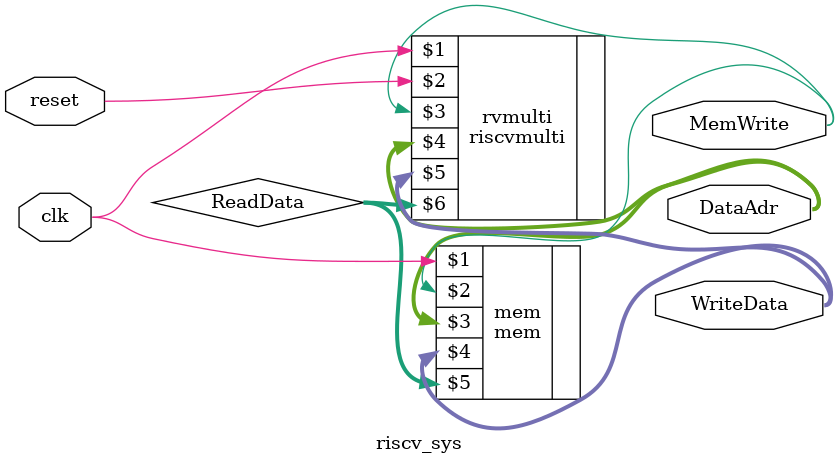
<source format=sv>
`timescale 1ns / 1ps

module riscv_sys(input  logic        clk, reset, 
           output logic [31:0] WriteData, DataAdr, 
           output logic        MemWrite);

  logic [31:0] ReadData;
  
  // instantiate processor and memories
  riscvmulti rvmulti(clk, reset, MemWrite, DataAdr, 
                     WriteData, ReadData);
  mem mem(clk, MemWrite, DataAdr, WriteData, ReadData);

endmodule

</source>
